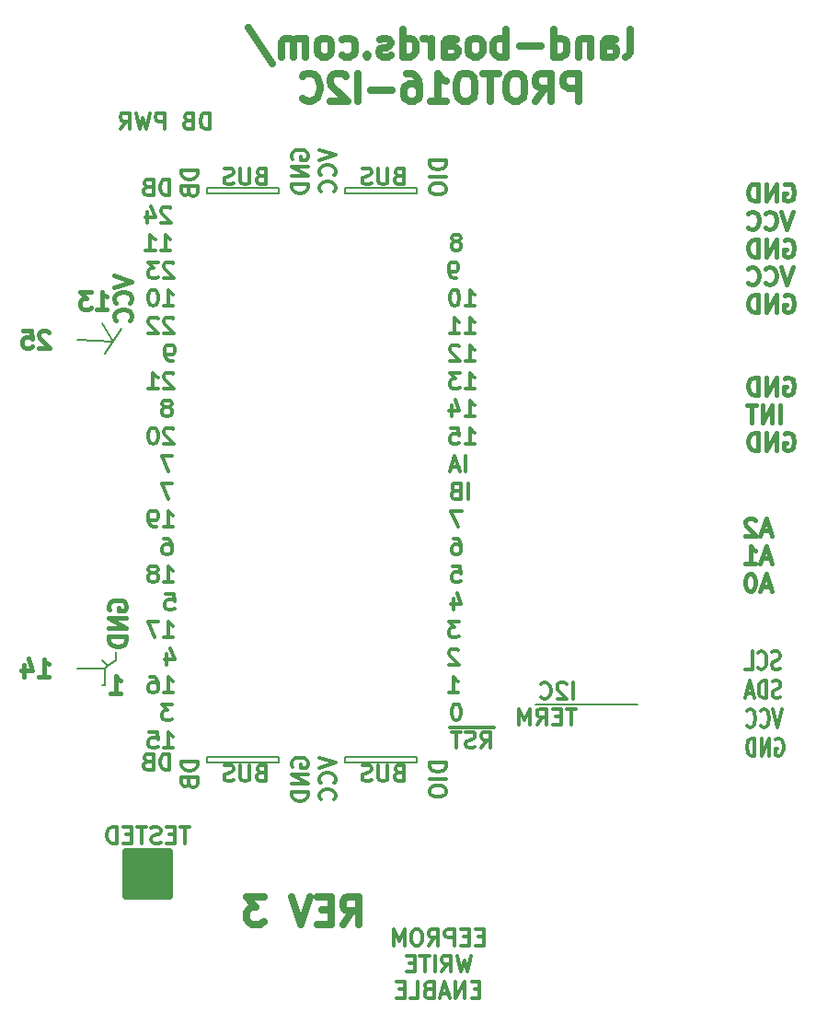
<source format=gbo>
%TF.GenerationSoftware,KiCad,Pcbnew,(6.0.1)*%
%TF.CreationDate,2022-06-03T05:32:10-04:00*%
%TF.ProjectId,Proto16-I2C,50726f74-6f31-4362-9d49-32432e6b6963,X1*%
%TF.SameCoordinates,Original*%
%TF.FileFunction,Legend,Bot*%
%TF.FilePolarity,Positive*%
%FSLAX46Y46*%
G04 Gerber Fmt 4.6, Leading zero omitted, Abs format (unit mm)*
G04 Created by KiCad (PCBNEW (6.0.1)) date 2022-06-03 05:32:10*
%MOMM*%
%LPD*%
G01*
G04 APERTURE LIST*
%ADD10C,0.150000*%
%ADD11C,0.200000*%
%ADD12C,0.300000*%
%ADD13C,0.635000*%
%ADD14C,0.396875*%
%ADD15C,0.304800*%
%ADD16C,0.650000*%
G04 APERTURE END LIST*
D10*
X19304000Y-71882000D02*
X20066000Y-71374000D01*
X18796000Y-40386000D02*
X19812000Y-42037000D01*
D11*
X35052000Y-27940000D02*
X35052000Y-28448000D01*
D10*
X19050000Y-72136000D02*
X19304000Y-71882000D01*
D11*
X41148000Y-80772000D02*
X41148000Y-80264000D01*
D10*
X19050000Y-72136000D02*
X19050000Y-73660000D01*
X58674000Y-75438000D02*
X68072000Y-75438000D01*
X20574000Y-40894000D02*
X20066000Y-41656000D01*
D11*
X35052000Y-28448000D02*
X28448000Y-28448000D01*
X35052000Y-80264000D02*
X35052000Y-80772000D01*
D10*
X16510000Y-72136000D02*
X19050000Y-72136000D01*
D11*
X47752000Y-28448000D02*
X41148000Y-28448000D01*
X41148000Y-80264000D02*
X47752000Y-80264000D01*
D10*
X16510000Y-41910000D02*
X19812000Y-42037000D01*
X19304000Y-71882000D02*
X18796000Y-71374000D01*
D11*
X28448000Y-28448000D02*
X28448000Y-27940000D01*
X41148000Y-28448000D02*
X41148000Y-27940000D01*
D10*
X19050000Y-73660000D02*
X18796000Y-73660000D01*
D11*
X47752000Y-80772000D02*
X41148000Y-80772000D01*
X41148000Y-27940000D02*
X47752000Y-27940000D01*
X35052000Y-80772000D02*
X28448000Y-80772000D01*
X28448000Y-27940000D02*
X35052000Y-27940000D01*
D10*
X20066000Y-71374000D02*
X20066000Y-70612000D01*
X19304000Y-71882000D02*
X19177000Y-72009000D01*
D11*
X47752000Y-80264000D02*
X47752000Y-80772000D01*
D10*
X19050000Y-43180000D02*
X20574000Y-40894000D01*
D11*
X28448000Y-80772000D02*
X28448000Y-80264000D01*
X28448000Y-80264000D02*
X35052000Y-80264000D01*
X47752000Y-27940000D02*
X47752000Y-28448000D01*
D12*
X25325000Y-43858571D02*
X25039285Y-43858571D01*
X24896428Y-43787142D01*
X24825000Y-43715714D01*
X24682142Y-43501428D01*
X24610714Y-43215714D01*
X24610714Y-42644285D01*
X24682142Y-42501428D01*
X24753571Y-42430000D01*
X24896428Y-42358571D01*
X25182142Y-42358571D01*
X25325000Y-42430000D01*
X25396428Y-42501428D01*
X25467857Y-42644285D01*
X25467857Y-43001428D01*
X25396428Y-43144285D01*
X25325000Y-43215714D01*
X25182142Y-43287142D01*
X24896428Y-43287142D01*
X24753571Y-43215714D01*
X24682142Y-43144285D01*
X24610714Y-43001428D01*
X25372428Y-45041428D02*
X25301000Y-44970000D01*
X25158142Y-44898571D01*
X24801000Y-44898571D01*
X24658142Y-44970000D01*
X24586714Y-45041428D01*
X24515285Y-45184285D01*
X24515285Y-45327142D01*
X24586714Y-45541428D01*
X25443857Y-46398571D01*
X24515285Y-46398571D01*
X23086714Y-46398571D02*
X23943857Y-46398571D01*
X23515285Y-46398571D02*
X23515285Y-44898571D01*
X23658142Y-45112857D01*
X23801000Y-45255714D01*
X23943857Y-45327142D01*
X62185857Y-74909071D02*
X62185857Y-73409071D01*
X61543000Y-73551928D02*
X61471571Y-73480500D01*
X61328714Y-73409071D01*
X60971571Y-73409071D01*
X60828714Y-73480500D01*
X60757285Y-73551928D01*
X60685857Y-73694785D01*
X60685857Y-73837642D01*
X60757285Y-74051928D01*
X61614428Y-74909071D01*
X60685857Y-74909071D01*
X59185857Y-74766214D02*
X59257285Y-74837642D01*
X59471571Y-74909071D01*
X59614428Y-74909071D01*
X59828714Y-74837642D01*
X59971571Y-74694785D01*
X60043000Y-74551928D01*
X60114428Y-74266214D01*
X60114428Y-74051928D01*
X60043000Y-73766214D01*
X59971571Y-73623357D01*
X59828714Y-73480500D01*
X59614428Y-73409071D01*
X59471571Y-73409071D01*
X59257285Y-73480500D01*
X59185857Y-73551928D01*
X62400142Y-75824071D02*
X61543000Y-75824071D01*
X61971571Y-77324071D02*
X61971571Y-75824071D01*
X61043000Y-76538357D02*
X60543000Y-76538357D01*
X60328714Y-77324071D02*
X61043000Y-77324071D01*
X61043000Y-75824071D01*
X60328714Y-75824071D01*
X58828714Y-77324071D02*
X59328714Y-76609785D01*
X59685857Y-77324071D02*
X59685857Y-75824071D01*
X59114428Y-75824071D01*
X58971571Y-75895500D01*
X58900142Y-75966928D01*
X58828714Y-76109785D01*
X58828714Y-76324071D01*
X58900142Y-76466928D01*
X58971571Y-76538357D01*
X59114428Y-76609785D01*
X59685857Y-76609785D01*
X58185857Y-77324071D02*
X58185857Y-75824071D01*
X57685857Y-76895500D01*
X57185857Y-75824071D01*
X57185857Y-77324071D01*
X51660714Y-67758571D02*
X50732142Y-67758571D01*
X51232142Y-68330000D01*
X51017857Y-68330000D01*
X50875000Y-68401428D01*
X50803571Y-68472857D01*
X50732142Y-68615714D01*
X50732142Y-68972857D01*
X50803571Y-69115714D01*
X50875000Y-69187142D01*
X51017857Y-69258571D01*
X51446428Y-69258571D01*
X51589285Y-69187142D01*
X51660714Y-69115714D01*
X52256142Y-51478571D02*
X53113285Y-51478571D01*
X52684714Y-51478571D02*
X52684714Y-49978571D01*
X52827571Y-50192857D01*
X52970428Y-50335714D01*
X53113285Y-50407142D01*
X50899000Y-49978571D02*
X51613285Y-49978571D01*
X51684714Y-50692857D01*
X51613285Y-50621428D01*
X51470428Y-50550000D01*
X51113285Y-50550000D01*
X50970428Y-50621428D01*
X50899000Y-50692857D01*
X50827571Y-50835714D01*
X50827571Y-51192857D01*
X50899000Y-51335714D01*
X50970428Y-51407142D01*
X51113285Y-51478571D01*
X51470428Y-51478571D01*
X51613285Y-51407142D01*
X51684714Y-51335714D01*
X50462571Y-25388285D02*
X48962571Y-25388285D01*
X48962571Y-25745428D01*
X49034000Y-25959714D01*
X49176857Y-26102571D01*
X49319714Y-26174000D01*
X49605428Y-26245428D01*
X49819714Y-26245428D01*
X50105428Y-26174000D01*
X50248285Y-26102571D01*
X50391142Y-25959714D01*
X50462571Y-25745428D01*
X50462571Y-25388285D01*
X50462571Y-26888285D02*
X48962571Y-26888285D01*
X48962571Y-27888285D02*
X48962571Y-28174000D01*
X49034000Y-28316857D01*
X49176857Y-28459714D01*
X49462571Y-28531142D01*
X49962571Y-28531142D01*
X50248285Y-28459714D01*
X50391142Y-28316857D01*
X50462571Y-28174000D01*
X50462571Y-27888285D01*
X50391142Y-27745428D01*
X50248285Y-27602571D01*
X49962571Y-27531142D01*
X49462571Y-27531142D01*
X49176857Y-27602571D01*
X49034000Y-27745428D01*
X48962571Y-27888285D01*
X51914714Y-57598571D02*
X50914714Y-57598571D01*
X51557571Y-59098571D01*
X24515285Y-69258571D02*
X25372428Y-69258571D01*
X24943857Y-69258571D02*
X24943857Y-67758571D01*
X25086714Y-67972857D01*
X25229571Y-68115714D01*
X25372428Y-68187142D01*
X24015285Y-67758571D02*
X23015285Y-67758571D01*
X23658142Y-69258571D01*
X25372428Y-34881428D02*
X25301000Y-34810000D01*
X25158142Y-34738571D01*
X24801000Y-34738571D01*
X24658142Y-34810000D01*
X24586714Y-34881428D01*
X24515285Y-35024285D01*
X24515285Y-35167142D01*
X24586714Y-35381428D01*
X25443857Y-36238571D01*
X24515285Y-36238571D01*
X24015285Y-34738571D02*
X23086714Y-34738571D01*
X23586714Y-35310000D01*
X23372428Y-35310000D01*
X23229571Y-35381428D01*
X23158142Y-35452857D01*
X23086714Y-35595714D01*
X23086714Y-35952857D01*
X23158142Y-36095714D01*
X23229571Y-36167142D01*
X23372428Y-36238571D01*
X23801000Y-36238571D01*
X23943857Y-36167142D01*
X24015285Y-36095714D01*
X52279857Y-54018571D02*
X52279857Y-52518571D01*
X51637000Y-53590000D02*
X50922714Y-53590000D01*
X51779857Y-54018571D02*
X51279857Y-52518571D01*
X50779857Y-54018571D01*
X25018857Y-81450571D02*
X25018857Y-79950571D01*
X24661714Y-79950571D01*
X24447428Y-80022000D01*
X24304571Y-80164857D01*
X24233142Y-80307714D01*
X24161714Y-80593428D01*
X24161714Y-80807714D01*
X24233142Y-81093428D01*
X24304571Y-81236285D01*
X24447428Y-81379142D01*
X24661714Y-81450571D01*
X25018857Y-81450571D01*
X23018857Y-80664857D02*
X22804571Y-80736285D01*
X22733142Y-80807714D01*
X22661714Y-80950571D01*
X22661714Y-81164857D01*
X22733142Y-81307714D01*
X22804571Y-81379142D01*
X22947428Y-81450571D01*
X23518857Y-81450571D01*
X23518857Y-79950571D01*
X23018857Y-79950571D01*
X22876000Y-80022000D01*
X22804571Y-80093428D01*
X22733142Y-80236285D01*
X22733142Y-80379142D01*
X22804571Y-80522000D01*
X22876000Y-80593428D01*
X23018857Y-80664857D01*
X23518857Y-80664857D01*
X36334000Y-81153142D02*
X36262571Y-81010285D01*
X36262571Y-80796000D01*
X36334000Y-80581714D01*
X36476857Y-80438857D01*
X36619714Y-80367428D01*
X36905428Y-80296000D01*
X37119714Y-80296000D01*
X37405428Y-80367428D01*
X37548285Y-80438857D01*
X37691142Y-80581714D01*
X37762571Y-80796000D01*
X37762571Y-80938857D01*
X37691142Y-81153142D01*
X37619714Y-81224571D01*
X37119714Y-81224571D01*
X37119714Y-80938857D01*
X37762571Y-81867428D02*
X36262571Y-81867428D01*
X37762571Y-82724571D01*
X36262571Y-82724571D01*
X37762571Y-83438857D02*
X36262571Y-83438857D01*
X36262571Y-83796000D01*
X36334000Y-84010285D01*
X36476857Y-84153142D01*
X36619714Y-84224571D01*
X36905428Y-84296000D01*
X37119714Y-84296000D01*
X37405428Y-84224571D01*
X37548285Y-84153142D01*
X37691142Y-84010285D01*
X37762571Y-83796000D01*
X37762571Y-83438857D01*
X33396857Y-81680857D02*
X33182571Y-81752285D01*
X33111142Y-81823714D01*
X33039714Y-81966571D01*
X33039714Y-82180857D01*
X33111142Y-82323714D01*
X33182571Y-82395142D01*
X33325428Y-82466571D01*
X33896857Y-82466571D01*
X33896857Y-80966571D01*
X33396857Y-80966571D01*
X33254000Y-81038000D01*
X33182571Y-81109428D01*
X33111142Y-81252285D01*
X33111142Y-81395142D01*
X33182571Y-81538000D01*
X33254000Y-81609428D01*
X33396857Y-81680857D01*
X33896857Y-81680857D01*
X32396857Y-80966571D02*
X32396857Y-82180857D01*
X32325428Y-82323714D01*
X32254000Y-82395142D01*
X32111142Y-82466571D01*
X31825428Y-82466571D01*
X31682571Y-82395142D01*
X31611142Y-82323714D01*
X31539714Y-82180857D01*
X31539714Y-80966571D01*
X30896857Y-82395142D02*
X30682571Y-82466571D01*
X30325428Y-82466571D01*
X30182571Y-82395142D01*
X30111142Y-82323714D01*
X30039714Y-82180857D01*
X30039714Y-82038000D01*
X30111142Y-81895142D01*
X30182571Y-81823714D01*
X30325428Y-81752285D01*
X30611142Y-81680857D01*
X30754000Y-81609428D01*
X30825428Y-81538000D01*
X30896857Y-81395142D01*
X30896857Y-81252285D01*
X30825428Y-81109428D01*
X30754000Y-81038000D01*
X30611142Y-80966571D01*
X30254000Y-80966571D01*
X30039714Y-81038000D01*
X46096857Y-81680857D02*
X45882571Y-81752285D01*
X45811142Y-81823714D01*
X45739714Y-81966571D01*
X45739714Y-82180857D01*
X45811142Y-82323714D01*
X45882571Y-82395142D01*
X46025428Y-82466571D01*
X46596857Y-82466571D01*
X46596857Y-80966571D01*
X46096857Y-80966571D01*
X45954000Y-81038000D01*
X45882571Y-81109428D01*
X45811142Y-81252285D01*
X45811142Y-81395142D01*
X45882571Y-81538000D01*
X45954000Y-81609428D01*
X46096857Y-81680857D01*
X46596857Y-81680857D01*
X45096857Y-80966571D02*
X45096857Y-82180857D01*
X45025428Y-82323714D01*
X44954000Y-82395142D01*
X44811142Y-82466571D01*
X44525428Y-82466571D01*
X44382571Y-82395142D01*
X44311142Y-82323714D01*
X44239714Y-82180857D01*
X44239714Y-80966571D01*
X43596857Y-82395142D02*
X43382571Y-82466571D01*
X43025428Y-82466571D01*
X42882571Y-82395142D01*
X42811142Y-82323714D01*
X42739714Y-82180857D01*
X42739714Y-82038000D01*
X42811142Y-81895142D01*
X42882571Y-81823714D01*
X43025428Y-81752285D01*
X43311142Y-81680857D01*
X43454000Y-81609428D01*
X43525428Y-81538000D01*
X43596857Y-81395142D01*
X43596857Y-81252285D01*
X43525428Y-81109428D01*
X43454000Y-81038000D01*
X43311142Y-80966571D01*
X42954000Y-80966571D01*
X42739714Y-81038000D01*
X36334000Y-25273142D02*
X36262571Y-25130285D01*
X36262571Y-24916000D01*
X36334000Y-24701714D01*
X36476857Y-24558857D01*
X36619714Y-24487428D01*
X36905428Y-24416000D01*
X37119714Y-24416000D01*
X37405428Y-24487428D01*
X37548285Y-24558857D01*
X37691142Y-24701714D01*
X37762571Y-24916000D01*
X37762571Y-25058857D01*
X37691142Y-25273142D01*
X37619714Y-25344571D01*
X37119714Y-25344571D01*
X37119714Y-25058857D01*
X37762571Y-25987428D02*
X36262571Y-25987428D01*
X37762571Y-26844571D01*
X36262571Y-26844571D01*
X37762571Y-27558857D02*
X36262571Y-27558857D01*
X36262571Y-27916000D01*
X36334000Y-28130285D01*
X36476857Y-28273142D01*
X36619714Y-28344571D01*
X36905428Y-28416000D01*
X37119714Y-28416000D01*
X37405428Y-28344571D01*
X37548285Y-28273142D01*
X37691142Y-28130285D01*
X37762571Y-27916000D01*
X37762571Y-27558857D01*
X52256142Y-43858571D02*
X53113285Y-43858571D01*
X52684714Y-43858571D02*
X52684714Y-42358571D01*
X52827571Y-42572857D01*
X52970428Y-42715714D01*
X53113285Y-42787142D01*
X51684714Y-42501428D02*
X51613285Y-42430000D01*
X51470428Y-42358571D01*
X51113285Y-42358571D01*
X50970428Y-42430000D01*
X50899000Y-42501428D01*
X50827571Y-42644285D01*
X50827571Y-42787142D01*
X50899000Y-43001428D01*
X51756142Y-43858571D01*
X50827571Y-43858571D01*
D13*
X67031809Y-15868347D02*
X67273714Y-15747395D01*
X67394666Y-15505490D01*
X67394666Y-13328347D01*
X64975619Y-15868347D02*
X64975619Y-14537871D01*
X65096571Y-14295966D01*
X65338476Y-14175014D01*
X65822285Y-14175014D01*
X66064190Y-14295966D01*
X64975619Y-15747395D02*
X65217523Y-15868347D01*
X65822285Y-15868347D01*
X66064190Y-15747395D01*
X66185142Y-15505490D01*
X66185142Y-15263585D01*
X66064190Y-15021680D01*
X65822285Y-14900728D01*
X65217523Y-14900728D01*
X64975619Y-14779776D01*
X63766095Y-14175014D02*
X63766095Y-15868347D01*
X63766095Y-14416919D02*
X63645142Y-14295966D01*
X63403238Y-14175014D01*
X63040380Y-14175014D01*
X62798476Y-14295966D01*
X62677523Y-14537871D01*
X62677523Y-15868347D01*
X60379428Y-15868347D02*
X60379428Y-13328347D01*
X60379428Y-15747395D02*
X60621333Y-15868347D01*
X61105142Y-15868347D01*
X61347047Y-15747395D01*
X61468000Y-15626442D01*
X61588952Y-15384538D01*
X61588952Y-14658823D01*
X61468000Y-14416919D01*
X61347047Y-14295966D01*
X61105142Y-14175014D01*
X60621333Y-14175014D01*
X60379428Y-14295966D01*
X59169904Y-14900728D02*
X57234666Y-14900728D01*
X56025142Y-15868347D02*
X56025142Y-13328347D01*
X56025142Y-14295966D02*
X55783238Y-14175014D01*
X55299428Y-14175014D01*
X55057523Y-14295966D01*
X54936571Y-14416919D01*
X54815619Y-14658823D01*
X54815619Y-15384538D01*
X54936571Y-15626442D01*
X55057523Y-15747395D01*
X55299428Y-15868347D01*
X55783238Y-15868347D01*
X56025142Y-15747395D01*
X53364190Y-15868347D02*
X53606095Y-15747395D01*
X53727047Y-15626442D01*
X53848000Y-15384538D01*
X53848000Y-14658823D01*
X53727047Y-14416919D01*
X53606095Y-14295966D01*
X53364190Y-14175014D01*
X53001333Y-14175014D01*
X52759428Y-14295966D01*
X52638476Y-14416919D01*
X52517523Y-14658823D01*
X52517523Y-15384538D01*
X52638476Y-15626442D01*
X52759428Y-15747395D01*
X53001333Y-15868347D01*
X53364190Y-15868347D01*
X50340380Y-15868347D02*
X50340380Y-14537871D01*
X50461333Y-14295966D01*
X50703238Y-14175014D01*
X51187047Y-14175014D01*
X51428952Y-14295966D01*
X50340380Y-15747395D02*
X50582285Y-15868347D01*
X51187047Y-15868347D01*
X51428952Y-15747395D01*
X51549904Y-15505490D01*
X51549904Y-15263585D01*
X51428952Y-15021680D01*
X51187047Y-14900728D01*
X50582285Y-14900728D01*
X50340380Y-14779776D01*
X49130857Y-15868347D02*
X49130857Y-14175014D01*
X49130857Y-14658823D02*
X49009904Y-14416919D01*
X48888952Y-14295966D01*
X48647047Y-14175014D01*
X48405142Y-14175014D01*
X46469904Y-15868347D02*
X46469904Y-13328347D01*
X46469904Y-15747395D02*
X46711809Y-15868347D01*
X47195619Y-15868347D01*
X47437523Y-15747395D01*
X47558476Y-15626442D01*
X47679428Y-15384538D01*
X47679428Y-14658823D01*
X47558476Y-14416919D01*
X47437523Y-14295966D01*
X47195619Y-14175014D01*
X46711809Y-14175014D01*
X46469904Y-14295966D01*
X45381333Y-15747395D02*
X45139428Y-15868347D01*
X44655619Y-15868347D01*
X44413714Y-15747395D01*
X44292761Y-15505490D01*
X44292761Y-15384538D01*
X44413714Y-15142633D01*
X44655619Y-15021680D01*
X45018476Y-15021680D01*
X45260380Y-14900728D01*
X45381333Y-14658823D01*
X45381333Y-14537871D01*
X45260380Y-14295966D01*
X45018476Y-14175014D01*
X44655619Y-14175014D01*
X44413714Y-14295966D01*
X43204190Y-15626442D02*
X43083238Y-15747395D01*
X43204190Y-15868347D01*
X43325142Y-15747395D01*
X43204190Y-15626442D01*
X43204190Y-15868347D01*
X40906095Y-15747395D02*
X41148000Y-15868347D01*
X41631809Y-15868347D01*
X41873714Y-15747395D01*
X41994666Y-15626442D01*
X42115619Y-15384538D01*
X42115619Y-14658823D01*
X41994666Y-14416919D01*
X41873714Y-14295966D01*
X41631809Y-14175014D01*
X41148000Y-14175014D01*
X40906095Y-14295966D01*
X39454666Y-15868347D02*
X39696571Y-15747395D01*
X39817523Y-15626442D01*
X39938476Y-15384538D01*
X39938476Y-14658823D01*
X39817523Y-14416919D01*
X39696571Y-14295966D01*
X39454666Y-14175014D01*
X39091809Y-14175014D01*
X38849904Y-14295966D01*
X38728952Y-14416919D01*
X38608000Y-14658823D01*
X38608000Y-15384538D01*
X38728952Y-15626442D01*
X38849904Y-15747395D01*
X39091809Y-15868347D01*
X39454666Y-15868347D01*
X37519428Y-15868347D02*
X37519428Y-14175014D01*
X37519428Y-14416919D02*
X37398476Y-14295966D01*
X37156571Y-14175014D01*
X36793714Y-14175014D01*
X36551809Y-14295966D01*
X36430857Y-14537871D01*
X36430857Y-15868347D01*
X36430857Y-14537871D02*
X36309904Y-14295966D01*
X36068000Y-14175014D01*
X35705142Y-14175014D01*
X35463238Y-14295966D01*
X35342285Y-14537871D01*
X35342285Y-15868347D01*
X32318476Y-13207395D02*
X34495619Y-16473109D01*
X62677523Y-19957747D02*
X62677523Y-17417747D01*
X61709904Y-17417747D01*
X61468000Y-17538700D01*
X61347047Y-17659652D01*
X61226095Y-17901557D01*
X61226095Y-18264414D01*
X61347047Y-18506319D01*
X61468000Y-18627271D01*
X61709904Y-18748223D01*
X62677523Y-18748223D01*
X58686095Y-19957747D02*
X59532761Y-18748223D01*
X60137523Y-19957747D02*
X60137523Y-17417747D01*
X59169904Y-17417747D01*
X58928000Y-17538700D01*
X58807047Y-17659652D01*
X58686095Y-17901557D01*
X58686095Y-18264414D01*
X58807047Y-18506319D01*
X58928000Y-18627271D01*
X59169904Y-18748223D01*
X60137523Y-18748223D01*
X57113714Y-17417747D02*
X56629904Y-17417747D01*
X56388000Y-17538700D01*
X56146095Y-17780604D01*
X56025142Y-18264414D01*
X56025142Y-19111080D01*
X56146095Y-19594890D01*
X56388000Y-19836795D01*
X56629904Y-19957747D01*
X57113714Y-19957747D01*
X57355619Y-19836795D01*
X57597523Y-19594890D01*
X57718476Y-19111080D01*
X57718476Y-18264414D01*
X57597523Y-17780604D01*
X57355619Y-17538700D01*
X57113714Y-17417747D01*
X55299428Y-17417747D02*
X53848000Y-17417747D01*
X54573714Y-19957747D02*
X54573714Y-17417747D01*
X52517523Y-17417747D02*
X52033714Y-17417747D01*
X51791809Y-17538700D01*
X51549904Y-17780604D01*
X51428952Y-18264414D01*
X51428952Y-19111080D01*
X51549904Y-19594890D01*
X51791809Y-19836795D01*
X52033714Y-19957747D01*
X52517523Y-19957747D01*
X52759428Y-19836795D01*
X53001333Y-19594890D01*
X53122285Y-19111080D01*
X53122285Y-18264414D01*
X53001333Y-17780604D01*
X52759428Y-17538700D01*
X52517523Y-17417747D01*
X49009904Y-19957747D02*
X50461333Y-19957747D01*
X49735619Y-19957747D02*
X49735619Y-17417747D01*
X49977523Y-17780604D01*
X50219428Y-18022509D01*
X50461333Y-18143461D01*
X46832761Y-17417747D02*
X47316571Y-17417747D01*
X47558476Y-17538700D01*
X47679428Y-17659652D01*
X47921333Y-18022509D01*
X48042285Y-18506319D01*
X48042285Y-19473938D01*
X47921333Y-19715842D01*
X47800380Y-19836795D01*
X47558476Y-19957747D01*
X47074666Y-19957747D01*
X46832761Y-19836795D01*
X46711809Y-19715842D01*
X46590857Y-19473938D01*
X46590857Y-18869176D01*
X46711809Y-18627271D01*
X46832761Y-18506319D01*
X47074666Y-18385366D01*
X47558476Y-18385366D01*
X47800380Y-18506319D01*
X47921333Y-18627271D01*
X48042285Y-18869176D01*
X45502285Y-18990128D02*
X43567047Y-18990128D01*
X42357523Y-19957747D02*
X42357523Y-17417747D01*
X41268952Y-17659652D02*
X41148000Y-17538700D01*
X40906095Y-17417747D01*
X40301333Y-17417747D01*
X40059428Y-17538700D01*
X39938476Y-17659652D01*
X39817523Y-17901557D01*
X39817523Y-18143461D01*
X39938476Y-18506319D01*
X41389904Y-19957747D01*
X39817523Y-19957747D01*
X37277523Y-19715842D02*
X37398476Y-19836795D01*
X37761333Y-19957747D01*
X38003238Y-19957747D01*
X38366095Y-19836795D01*
X38608000Y-19594890D01*
X38728952Y-19352985D01*
X38849904Y-18869176D01*
X38849904Y-18506319D01*
X38728952Y-18022509D01*
X38608000Y-17780604D01*
X38366095Y-17538700D01*
X38003238Y-17417747D01*
X37761333Y-17417747D01*
X37398476Y-17538700D01*
X37277523Y-17659652D01*
D12*
X25285285Y-75378571D02*
X24356714Y-75378571D01*
X24856714Y-75950000D01*
X24642428Y-75950000D01*
X24499571Y-76021428D01*
X24428142Y-76092857D01*
X24356714Y-76235714D01*
X24356714Y-76592857D01*
X24428142Y-76735714D01*
X24499571Y-76807142D01*
X24642428Y-76878571D01*
X25071000Y-76878571D01*
X25213857Y-76807142D01*
X25285285Y-76735714D01*
X52256142Y-46398571D02*
X53113285Y-46398571D01*
X52684714Y-46398571D02*
X52684714Y-44898571D01*
X52827571Y-45112857D01*
X52970428Y-45255714D01*
X53113285Y-45327142D01*
X51756142Y-44898571D02*
X50827571Y-44898571D01*
X51327571Y-45470000D01*
X51113285Y-45470000D01*
X50970428Y-45541428D01*
X50899000Y-45612857D01*
X50827571Y-45755714D01*
X50827571Y-46112857D01*
X50899000Y-46255714D01*
X50970428Y-46327142D01*
X51113285Y-46398571D01*
X51541857Y-46398571D01*
X51684714Y-46327142D01*
X51756142Y-46255714D01*
X51129000Y-65718571D02*
X51129000Y-66718571D01*
X51486142Y-65147142D02*
X51843285Y-66218571D01*
X50914714Y-66218571D01*
D14*
X80298206Y-59430708D02*
X79542254Y-59430708D01*
X80449397Y-59884279D02*
X79920230Y-58296779D01*
X79391063Y-59884279D01*
X78937492Y-58447970D02*
X78861897Y-58372375D01*
X78710706Y-58296779D01*
X78332730Y-58296779D01*
X78181540Y-58372375D01*
X78105944Y-58447970D01*
X78030349Y-58599160D01*
X78030349Y-58750351D01*
X78105944Y-58977136D01*
X79013087Y-59884279D01*
X78030349Y-59884279D01*
X80298206Y-61986583D02*
X79542254Y-61986583D01*
X80449397Y-62440154D02*
X79920230Y-60852654D01*
X79391063Y-62440154D01*
X78030349Y-62440154D02*
X78937492Y-62440154D01*
X78483921Y-62440154D02*
X78483921Y-60852654D01*
X78635111Y-61079440D01*
X78786302Y-61230630D01*
X78937492Y-61306226D01*
X80298206Y-64542458D02*
X79542254Y-64542458D01*
X80449397Y-64996029D02*
X79920230Y-63408529D01*
X79391063Y-64996029D01*
X78559516Y-63408529D02*
X78408325Y-63408529D01*
X78257135Y-63484125D01*
X78181540Y-63559720D01*
X78105944Y-63710910D01*
X78030349Y-64013291D01*
X78030349Y-64391267D01*
X78105944Y-64693648D01*
X78181540Y-64844839D01*
X78257135Y-64920434D01*
X78408325Y-64996029D01*
X78559516Y-64996029D01*
X78710706Y-64920434D01*
X78786302Y-64844839D01*
X78861897Y-64693648D01*
X78937492Y-64391267D01*
X78937492Y-64013291D01*
X78861897Y-63710910D01*
X78786302Y-63559720D01*
X78710706Y-63484125D01*
X78559516Y-63408529D01*
D12*
X33396857Y-26816857D02*
X33182571Y-26888285D01*
X33111142Y-26959714D01*
X33039714Y-27102571D01*
X33039714Y-27316857D01*
X33111142Y-27459714D01*
X33182571Y-27531142D01*
X33325428Y-27602571D01*
X33896857Y-27602571D01*
X33896857Y-26102571D01*
X33396857Y-26102571D01*
X33254000Y-26174000D01*
X33182571Y-26245428D01*
X33111142Y-26388285D01*
X33111142Y-26531142D01*
X33182571Y-26674000D01*
X33254000Y-26745428D01*
X33396857Y-26816857D01*
X33896857Y-26816857D01*
X32396857Y-26102571D02*
X32396857Y-27316857D01*
X32325428Y-27459714D01*
X32254000Y-27531142D01*
X32111142Y-27602571D01*
X31825428Y-27602571D01*
X31682571Y-27531142D01*
X31611142Y-27459714D01*
X31539714Y-27316857D01*
X31539714Y-26102571D01*
X30896857Y-27531142D02*
X30682571Y-27602571D01*
X30325428Y-27602571D01*
X30182571Y-27531142D01*
X30111142Y-27459714D01*
X30039714Y-27316857D01*
X30039714Y-27174000D01*
X30111142Y-27031142D01*
X30182571Y-26959714D01*
X30325428Y-26888285D01*
X30611142Y-26816857D01*
X30754000Y-26745428D01*
X30825428Y-26674000D01*
X30896857Y-26531142D01*
X30896857Y-26388285D01*
X30825428Y-26245428D01*
X30754000Y-26174000D01*
X30611142Y-26102571D01*
X30254000Y-26102571D01*
X30039714Y-26174000D01*
X24928142Y-48081428D02*
X25071000Y-48010000D01*
X25142428Y-47938571D01*
X25213857Y-47795714D01*
X25213857Y-47724285D01*
X25142428Y-47581428D01*
X25071000Y-47510000D01*
X24928142Y-47438571D01*
X24642428Y-47438571D01*
X24499571Y-47510000D01*
X24428142Y-47581428D01*
X24356714Y-47724285D01*
X24356714Y-47795714D01*
X24428142Y-47938571D01*
X24499571Y-48010000D01*
X24642428Y-48081428D01*
X24928142Y-48081428D01*
X25071000Y-48152857D01*
X25142428Y-48224285D01*
X25213857Y-48367142D01*
X25213857Y-48652857D01*
X25142428Y-48795714D01*
X25071000Y-48867142D01*
X24928142Y-48938571D01*
X24642428Y-48938571D01*
X24499571Y-48867142D01*
X24428142Y-48795714D01*
X24356714Y-48652857D01*
X24356714Y-48367142D01*
X24428142Y-48224285D01*
X24499571Y-48152857D01*
X24642428Y-48081428D01*
D14*
X18328254Y-39072154D02*
X19235397Y-39072154D01*
X18781825Y-39072154D02*
X18781825Y-37484654D01*
X18933016Y-37711440D01*
X19084206Y-37862630D01*
X19235397Y-37938226D01*
X17799087Y-37484654D02*
X16816349Y-37484654D01*
X17345516Y-38089416D01*
X17118730Y-38089416D01*
X16967540Y-38165011D01*
X16891944Y-38240607D01*
X16816349Y-38391797D01*
X16816349Y-38769773D01*
X16891944Y-38920964D01*
X16967540Y-38996559D01*
X17118730Y-39072154D01*
X17572302Y-39072154D01*
X17723492Y-38996559D01*
X17799087Y-38920964D01*
D12*
X51129000Y-60138571D02*
X51414714Y-60138571D01*
X51557571Y-60210000D01*
X51629000Y-60281428D01*
X51771857Y-60495714D01*
X51843285Y-60781428D01*
X51843285Y-61352857D01*
X51771857Y-61495714D01*
X51700428Y-61567142D01*
X51557571Y-61638571D01*
X51271857Y-61638571D01*
X51129000Y-61567142D01*
X51057571Y-61495714D01*
X50986142Y-61352857D01*
X50986142Y-60995714D01*
X51057571Y-60852857D01*
X51129000Y-60781428D01*
X51271857Y-60710000D01*
X51557571Y-60710000D01*
X51700428Y-60781428D01*
X51771857Y-60852857D01*
X51843285Y-60995714D01*
X54923000Y-77495000D02*
X53423000Y-77495000D01*
X53708714Y-79418571D02*
X54208714Y-78704285D01*
X54565857Y-79418571D02*
X54565857Y-77918571D01*
X53994428Y-77918571D01*
X53851571Y-77990000D01*
X53780142Y-78061428D01*
X53708714Y-78204285D01*
X53708714Y-78418571D01*
X53780142Y-78561428D01*
X53851571Y-78632857D01*
X53994428Y-78704285D01*
X54565857Y-78704285D01*
X53423000Y-77495000D02*
X51994428Y-77495000D01*
X53137285Y-79347142D02*
X52923000Y-79418571D01*
X52565857Y-79418571D01*
X52423000Y-79347142D01*
X52351571Y-79275714D01*
X52280142Y-79132857D01*
X52280142Y-78990000D01*
X52351571Y-78847142D01*
X52423000Y-78775714D01*
X52565857Y-78704285D01*
X52851571Y-78632857D01*
X52994428Y-78561428D01*
X53065857Y-78490000D01*
X53137285Y-78347142D01*
X53137285Y-78204285D01*
X53065857Y-78061428D01*
X52994428Y-77990000D01*
X52851571Y-77918571D01*
X52494428Y-77918571D01*
X52280142Y-77990000D01*
X51994428Y-77495000D02*
X50851571Y-77495000D01*
X51851571Y-77918571D02*
X50994428Y-77918571D01*
X51423000Y-79418571D02*
X51423000Y-77918571D01*
X51486142Y-75378571D02*
X51343285Y-75378571D01*
X51200428Y-75450000D01*
X51129000Y-75521428D01*
X51057571Y-75664285D01*
X50986142Y-75950000D01*
X50986142Y-76307142D01*
X51057571Y-76592857D01*
X51129000Y-76735714D01*
X51200428Y-76807142D01*
X51343285Y-76878571D01*
X51486142Y-76878571D01*
X51629000Y-76807142D01*
X51700428Y-76735714D01*
X51771857Y-76592857D01*
X51843285Y-76307142D01*
X51843285Y-75950000D01*
X51771857Y-75664285D01*
X51700428Y-75521428D01*
X51629000Y-75450000D01*
X51486142Y-75378571D01*
X27602571Y-80645142D02*
X26102571Y-80645142D01*
X26102571Y-81002285D01*
X26174000Y-81216571D01*
X26316857Y-81359428D01*
X26459714Y-81430857D01*
X26745428Y-81502285D01*
X26959714Y-81502285D01*
X27245428Y-81430857D01*
X27388285Y-81359428D01*
X27531142Y-81216571D01*
X27602571Y-81002285D01*
X27602571Y-80645142D01*
X26816857Y-82645142D02*
X26888285Y-82859428D01*
X26959714Y-82930857D01*
X27102571Y-83002285D01*
X27316857Y-83002285D01*
X27459714Y-82930857D01*
X27531142Y-82859428D01*
X27602571Y-82716571D01*
X27602571Y-82145142D01*
X26102571Y-82145142D01*
X26102571Y-82645142D01*
X26174000Y-82788000D01*
X26245428Y-82859428D01*
X26388285Y-82930857D01*
X26531142Y-82930857D01*
X26674000Y-82859428D01*
X26745428Y-82788000D01*
X26816857Y-82645142D01*
X26816857Y-82145142D01*
X51057571Y-62678571D02*
X51771857Y-62678571D01*
X51843285Y-63392857D01*
X51771857Y-63321428D01*
X51629000Y-63250000D01*
X51271857Y-63250000D01*
X51129000Y-63321428D01*
X51057571Y-63392857D01*
X50986142Y-63535714D01*
X50986142Y-63892857D01*
X51057571Y-64035714D01*
X51129000Y-64107142D01*
X51271857Y-64178571D01*
X51629000Y-64178571D01*
X51771857Y-64107142D01*
X51843285Y-64035714D01*
X25372428Y-39961428D02*
X25301000Y-39890000D01*
X25158142Y-39818571D01*
X24801000Y-39818571D01*
X24658142Y-39890000D01*
X24586714Y-39961428D01*
X24515285Y-40104285D01*
X24515285Y-40247142D01*
X24586714Y-40461428D01*
X25443857Y-41318571D01*
X24515285Y-41318571D01*
X23943857Y-39961428D02*
X23872428Y-39890000D01*
X23729571Y-39818571D01*
X23372428Y-39818571D01*
X23229571Y-39890000D01*
X23158142Y-39961428D01*
X23086714Y-40104285D01*
X23086714Y-40247142D01*
X23158142Y-40461428D01*
X24015285Y-41318571D01*
X23086714Y-41318571D01*
D13*
X40968083Y-95637047D02*
X41814750Y-94427523D01*
X42419511Y-95637047D02*
X42419511Y-93097047D01*
X41451892Y-93097047D01*
X41209988Y-93218000D01*
X41089035Y-93338952D01*
X40968083Y-93580857D01*
X40968083Y-93943714D01*
X41089035Y-94185619D01*
X41209988Y-94306571D01*
X41451892Y-94427523D01*
X42419511Y-94427523D01*
X39879511Y-94306571D02*
X39032845Y-94306571D01*
X38669988Y-95637047D02*
X39879511Y-95637047D01*
X39879511Y-93097047D01*
X38669988Y-93097047D01*
X37944273Y-93097047D02*
X37097607Y-95637047D01*
X36250940Y-93097047D01*
X33710940Y-93097047D02*
X32138559Y-93097047D01*
X32985226Y-94064666D01*
X32622369Y-94064666D01*
X32380464Y-94185619D01*
X32259511Y-94306571D01*
X32138559Y-94548476D01*
X32138559Y-95153238D01*
X32259511Y-95395142D01*
X32380464Y-95516095D01*
X32622369Y-95637047D01*
X33348083Y-95637047D01*
X33589988Y-95516095D01*
X33710940Y-95395142D01*
D14*
X19958654Y-35997507D02*
X21546154Y-36526674D01*
X19958654Y-37055840D01*
X21394964Y-38492150D02*
X21470559Y-38416555D01*
X21546154Y-38189769D01*
X21546154Y-38038578D01*
X21470559Y-37811793D01*
X21319369Y-37660602D01*
X21168178Y-37585007D01*
X20865797Y-37509412D01*
X20639011Y-37509412D01*
X20336630Y-37585007D01*
X20185440Y-37660602D01*
X20034250Y-37811793D01*
X19958654Y-38038578D01*
X19958654Y-38189769D01*
X20034250Y-38416555D01*
X20109845Y-38492150D01*
X21394964Y-40079650D02*
X21470559Y-40004055D01*
X21546154Y-39777269D01*
X21546154Y-39626078D01*
X21470559Y-39399293D01*
X21319369Y-39248102D01*
X21168178Y-39172507D01*
X20865797Y-39096912D01*
X20639011Y-39096912D01*
X20336630Y-39172507D01*
X20185440Y-39248102D01*
X20034250Y-39399293D01*
X19958654Y-39626078D01*
X19958654Y-39777269D01*
X20034250Y-40004055D01*
X20109845Y-40079650D01*
D12*
X27602571Y-26289142D02*
X26102571Y-26289142D01*
X26102571Y-26646285D01*
X26174000Y-26860571D01*
X26316857Y-27003428D01*
X26459714Y-27074857D01*
X26745428Y-27146285D01*
X26959714Y-27146285D01*
X27245428Y-27074857D01*
X27388285Y-27003428D01*
X27531142Y-26860571D01*
X27602571Y-26646285D01*
X27602571Y-26289142D01*
X26816857Y-28289142D02*
X26888285Y-28503428D01*
X26959714Y-28574857D01*
X27102571Y-28646285D01*
X27316857Y-28646285D01*
X27459714Y-28574857D01*
X27531142Y-28503428D01*
X27602571Y-28360571D01*
X27602571Y-27789142D01*
X26102571Y-27789142D01*
X26102571Y-28289142D01*
X26174000Y-28432000D01*
X26245428Y-28503428D01*
X26388285Y-28574857D01*
X26531142Y-28574857D01*
X26674000Y-28503428D01*
X26745428Y-28432000D01*
X26816857Y-28289142D01*
X26816857Y-27789142D01*
X52256142Y-48938571D02*
X53113285Y-48938571D01*
X52684714Y-48938571D02*
X52684714Y-47438571D01*
X52827571Y-47652857D01*
X52970428Y-47795714D01*
X53113285Y-47867142D01*
X50970428Y-47938571D02*
X50970428Y-48938571D01*
X51327571Y-47367142D02*
X51684714Y-48438571D01*
X50756142Y-48438571D01*
X24515285Y-64178571D02*
X25372428Y-64178571D01*
X24943857Y-64178571D02*
X24943857Y-62678571D01*
X25086714Y-62892857D01*
X25229571Y-63035714D01*
X25372428Y-63107142D01*
X23658142Y-63321428D02*
X23801000Y-63250000D01*
X23872428Y-63178571D01*
X23943857Y-63035714D01*
X23943857Y-62964285D01*
X23872428Y-62821428D01*
X23801000Y-62750000D01*
X23658142Y-62678571D01*
X23372428Y-62678571D01*
X23229571Y-62750000D01*
X23158142Y-62821428D01*
X23086714Y-62964285D01*
X23086714Y-63035714D01*
X23158142Y-63178571D01*
X23229571Y-63250000D01*
X23372428Y-63321428D01*
X23658142Y-63321428D01*
X23801000Y-63392857D01*
X23872428Y-63464285D01*
X23943857Y-63607142D01*
X23943857Y-63892857D01*
X23872428Y-64035714D01*
X23801000Y-64107142D01*
X23658142Y-64178571D01*
X23372428Y-64178571D01*
X23229571Y-64107142D01*
X23158142Y-64035714D01*
X23086714Y-63892857D01*
X23086714Y-63607142D01*
X23158142Y-63464285D01*
X23229571Y-63392857D01*
X23372428Y-63321428D01*
D14*
X81610540Y-27622500D02*
X81761730Y-27546904D01*
X81988516Y-27546904D01*
X82215302Y-27622500D01*
X82366492Y-27773690D01*
X82442087Y-27924880D01*
X82517683Y-28227261D01*
X82517683Y-28454047D01*
X82442087Y-28756428D01*
X82366492Y-28907619D01*
X82215302Y-29058809D01*
X81988516Y-29134404D01*
X81837325Y-29134404D01*
X81610540Y-29058809D01*
X81534944Y-28983214D01*
X81534944Y-28454047D01*
X81837325Y-28454047D01*
X80854587Y-29134404D02*
X80854587Y-27546904D01*
X79947444Y-29134404D01*
X79947444Y-27546904D01*
X79191492Y-29134404D02*
X79191492Y-27546904D01*
X78813516Y-27546904D01*
X78586730Y-27622500D01*
X78435540Y-27773690D01*
X78359944Y-27924880D01*
X78284349Y-28227261D01*
X78284349Y-28454047D01*
X78359944Y-28756428D01*
X78435540Y-28907619D01*
X78586730Y-29058809D01*
X78813516Y-29134404D01*
X79191492Y-29134404D01*
X82366492Y-30102779D02*
X81837325Y-31690279D01*
X81308159Y-30102779D01*
X79871849Y-31539089D02*
X79947444Y-31614684D01*
X80174230Y-31690279D01*
X80325421Y-31690279D01*
X80552206Y-31614684D01*
X80703397Y-31463494D01*
X80778992Y-31312303D01*
X80854587Y-31009922D01*
X80854587Y-30783136D01*
X80778992Y-30480755D01*
X80703397Y-30329565D01*
X80552206Y-30178375D01*
X80325421Y-30102779D01*
X80174230Y-30102779D01*
X79947444Y-30178375D01*
X79871849Y-30253970D01*
X78284349Y-31539089D02*
X78359944Y-31614684D01*
X78586730Y-31690279D01*
X78737921Y-31690279D01*
X78964706Y-31614684D01*
X79115897Y-31463494D01*
X79191492Y-31312303D01*
X79267087Y-31009922D01*
X79267087Y-30783136D01*
X79191492Y-30480755D01*
X79115897Y-30329565D01*
X78964706Y-30178375D01*
X78737921Y-30102779D01*
X78586730Y-30102779D01*
X78359944Y-30178375D01*
X78284349Y-30253970D01*
X81610540Y-32734250D02*
X81761730Y-32658654D01*
X81988516Y-32658654D01*
X82215302Y-32734250D01*
X82366492Y-32885440D01*
X82442087Y-33036630D01*
X82517683Y-33339011D01*
X82517683Y-33565797D01*
X82442087Y-33868178D01*
X82366492Y-34019369D01*
X82215302Y-34170559D01*
X81988516Y-34246154D01*
X81837325Y-34246154D01*
X81610540Y-34170559D01*
X81534944Y-34094964D01*
X81534944Y-33565797D01*
X81837325Y-33565797D01*
X80854587Y-34246154D02*
X80854587Y-32658654D01*
X79947444Y-34246154D01*
X79947444Y-32658654D01*
X79191492Y-34246154D02*
X79191492Y-32658654D01*
X78813516Y-32658654D01*
X78586730Y-32734250D01*
X78435540Y-32885440D01*
X78359944Y-33036630D01*
X78284349Y-33339011D01*
X78284349Y-33565797D01*
X78359944Y-33868178D01*
X78435540Y-34019369D01*
X78586730Y-34170559D01*
X78813516Y-34246154D01*
X79191492Y-34246154D01*
X82366492Y-35214529D02*
X81837325Y-36802029D01*
X81308159Y-35214529D01*
X79871849Y-36650839D02*
X79947444Y-36726434D01*
X80174230Y-36802029D01*
X80325421Y-36802029D01*
X80552206Y-36726434D01*
X80703397Y-36575244D01*
X80778992Y-36424053D01*
X80854587Y-36121672D01*
X80854587Y-35894886D01*
X80778992Y-35592505D01*
X80703397Y-35441315D01*
X80552206Y-35290125D01*
X80325421Y-35214529D01*
X80174230Y-35214529D01*
X79947444Y-35290125D01*
X79871849Y-35365720D01*
X78284349Y-36650839D02*
X78359944Y-36726434D01*
X78586730Y-36802029D01*
X78737921Y-36802029D01*
X78964706Y-36726434D01*
X79115897Y-36575244D01*
X79191492Y-36424053D01*
X79267087Y-36121672D01*
X79267087Y-35894886D01*
X79191492Y-35592505D01*
X79115897Y-35441315D01*
X78964706Y-35290125D01*
X78737921Y-35214529D01*
X78586730Y-35214529D01*
X78359944Y-35290125D01*
X78284349Y-35365720D01*
X81610540Y-37846000D02*
X81761730Y-37770404D01*
X81988516Y-37770404D01*
X82215302Y-37846000D01*
X82366492Y-37997190D01*
X82442087Y-38148380D01*
X82517683Y-38450761D01*
X82517683Y-38677547D01*
X82442087Y-38979928D01*
X82366492Y-39131119D01*
X82215302Y-39282309D01*
X81988516Y-39357904D01*
X81837325Y-39357904D01*
X81610540Y-39282309D01*
X81534944Y-39206714D01*
X81534944Y-38677547D01*
X81837325Y-38677547D01*
X80854587Y-39357904D02*
X80854587Y-37770404D01*
X79947444Y-39357904D01*
X79947444Y-37770404D01*
X79191492Y-39357904D02*
X79191492Y-37770404D01*
X78813516Y-37770404D01*
X78586730Y-37846000D01*
X78435540Y-37997190D01*
X78359944Y-38148380D01*
X78284349Y-38450761D01*
X78284349Y-38677547D01*
X78359944Y-38979928D01*
X78435540Y-39131119D01*
X78586730Y-39282309D01*
X78813516Y-39357904D01*
X79191492Y-39357904D01*
D12*
X24682142Y-65218571D02*
X25396428Y-65218571D01*
X25467857Y-65932857D01*
X25396428Y-65861428D01*
X25253571Y-65790000D01*
X24896428Y-65790000D01*
X24753571Y-65861428D01*
X24682142Y-65932857D01*
X24610714Y-66075714D01*
X24610714Y-66432857D01*
X24682142Y-66575714D01*
X24753571Y-66647142D01*
X24896428Y-66718571D01*
X25253571Y-66718571D01*
X25396428Y-66647142D01*
X25467857Y-66575714D01*
X25372428Y-50121428D02*
X25301000Y-50050000D01*
X25158142Y-49978571D01*
X24801000Y-49978571D01*
X24658142Y-50050000D01*
X24586714Y-50121428D01*
X24515285Y-50264285D01*
X24515285Y-50407142D01*
X24586714Y-50621428D01*
X25443857Y-51478571D01*
X24515285Y-51478571D01*
X23586714Y-49978571D02*
X23443857Y-49978571D01*
X23301000Y-50050000D01*
X23229571Y-50121428D01*
X23158142Y-50264285D01*
X23086714Y-50550000D01*
X23086714Y-50907142D01*
X23158142Y-51192857D01*
X23229571Y-51335714D01*
X23301000Y-51407142D01*
X23443857Y-51478571D01*
X23586714Y-51478571D01*
X23729571Y-51407142D01*
X23801000Y-51335714D01*
X23872428Y-51192857D01*
X23943857Y-50907142D01*
X23943857Y-50550000D01*
X23872428Y-50264285D01*
X23801000Y-50121428D01*
X23729571Y-50050000D01*
X23586714Y-49978571D01*
X81184714Y-72119096D02*
X81003285Y-72197715D01*
X80700904Y-72197715D01*
X80579952Y-72119096D01*
X80519476Y-72040477D01*
X80459000Y-71883239D01*
X80459000Y-71726001D01*
X80519476Y-71568763D01*
X80579952Y-71490144D01*
X80700904Y-71411525D01*
X80942809Y-71332906D01*
X81063761Y-71254287D01*
X81124238Y-71175668D01*
X81184714Y-71018430D01*
X81184714Y-70861192D01*
X81124238Y-70703954D01*
X81063761Y-70625335D01*
X80942809Y-70546715D01*
X80640428Y-70546715D01*
X80459000Y-70625335D01*
X79189000Y-72040477D02*
X79249476Y-72119096D01*
X79430904Y-72197715D01*
X79551857Y-72197715D01*
X79733285Y-72119096D01*
X79854238Y-71961858D01*
X79914714Y-71804620D01*
X79975190Y-71490144D01*
X79975190Y-71254287D01*
X79914714Y-70939811D01*
X79854238Y-70782573D01*
X79733285Y-70625335D01*
X79551857Y-70546715D01*
X79430904Y-70546715D01*
X79249476Y-70625335D01*
X79189000Y-70703954D01*
X78039952Y-72197715D02*
X78644714Y-72197715D01*
X78644714Y-70546715D01*
X81245190Y-74777206D02*
X81063761Y-74855825D01*
X80761380Y-74855825D01*
X80640428Y-74777206D01*
X80579952Y-74698587D01*
X80519476Y-74541349D01*
X80519476Y-74384111D01*
X80579952Y-74226873D01*
X80640428Y-74148254D01*
X80761380Y-74069635D01*
X81003285Y-73991016D01*
X81124238Y-73912397D01*
X81184714Y-73833778D01*
X81245190Y-73676540D01*
X81245190Y-73519302D01*
X81184714Y-73362064D01*
X81124238Y-73283445D01*
X81003285Y-73204825D01*
X80700904Y-73204825D01*
X80519476Y-73283445D01*
X79975190Y-74855825D02*
X79975190Y-73204825D01*
X79672809Y-73204825D01*
X79491380Y-73283445D01*
X79370428Y-73440683D01*
X79309952Y-73597921D01*
X79249476Y-73912397D01*
X79249476Y-74148254D01*
X79309952Y-74462730D01*
X79370428Y-74619968D01*
X79491380Y-74777206D01*
X79672809Y-74855825D01*
X79975190Y-74855825D01*
X78765666Y-74384111D02*
X78160904Y-74384111D01*
X78886619Y-74855825D02*
X78463285Y-73204825D01*
X78039952Y-74855825D01*
X81426619Y-75862935D02*
X81003285Y-77513935D01*
X80579952Y-75862935D01*
X79430904Y-77356697D02*
X79491380Y-77435316D01*
X79672809Y-77513935D01*
X79793761Y-77513935D01*
X79975190Y-77435316D01*
X80096142Y-77278078D01*
X80156619Y-77120840D01*
X80217095Y-76806364D01*
X80217095Y-76570507D01*
X80156619Y-76256031D01*
X80096142Y-76098793D01*
X79975190Y-75941555D01*
X79793761Y-75862935D01*
X79672809Y-75862935D01*
X79491380Y-75941555D01*
X79430904Y-76020174D01*
X78160904Y-77356697D02*
X78221380Y-77435316D01*
X78402809Y-77513935D01*
X78523761Y-77513935D01*
X78705190Y-77435316D01*
X78826142Y-77278078D01*
X78886619Y-77120840D01*
X78947095Y-76806364D01*
X78947095Y-76570507D01*
X78886619Y-76256031D01*
X78826142Y-76098793D01*
X78705190Y-75941555D01*
X78523761Y-75862935D01*
X78402809Y-75862935D01*
X78221380Y-75941555D01*
X78160904Y-76020174D01*
X80821857Y-78599665D02*
X80942809Y-78521045D01*
X81124238Y-78521045D01*
X81305666Y-78599665D01*
X81426619Y-78756903D01*
X81487095Y-78914141D01*
X81547571Y-79228617D01*
X81547571Y-79464474D01*
X81487095Y-79778950D01*
X81426619Y-79936188D01*
X81305666Y-80093426D01*
X81124238Y-80172045D01*
X81003285Y-80172045D01*
X80821857Y-80093426D01*
X80761380Y-80014807D01*
X80761380Y-79464474D01*
X81003285Y-79464474D01*
X80217095Y-80172045D02*
X80217095Y-78521045D01*
X79491380Y-80172045D01*
X79491380Y-78521045D01*
X78886619Y-80172045D02*
X78886619Y-78521045D01*
X78584238Y-78521045D01*
X78402809Y-78599665D01*
X78281857Y-78756903D01*
X78221380Y-78914141D01*
X78160904Y-79228617D01*
X78160904Y-79464474D01*
X78221380Y-79778950D01*
X78281857Y-79936188D01*
X78402809Y-80093426D01*
X78584238Y-80172045D01*
X78886619Y-80172045D01*
X24515285Y-38778571D02*
X25372428Y-38778571D01*
X24943857Y-38778571D02*
X24943857Y-37278571D01*
X25086714Y-37492857D01*
X25229571Y-37635714D01*
X25372428Y-37707142D01*
X23586714Y-37278571D02*
X23443857Y-37278571D01*
X23301000Y-37350000D01*
X23229571Y-37421428D01*
X23158142Y-37564285D01*
X23086714Y-37850000D01*
X23086714Y-38207142D01*
X23158142Y-38492857D01*
X23229571Y-38635714D01*
X23301000Y-38707142D01*
X23443857Y-38778571D01*
X23586714Y-38778571D01*
X23729571Y-38707142D01*
X23801000Y-38635714D01*
X23872428Y-38492857D01*
X23943857Y-38207142D01*
X23943857Y-37850000D01*
X23872428Y-37564285D01*
X23801000Y-37421428D01*
X23729571Y-37350000D01*
X23586714Y-37278571D01*
X28709428Y-22522571D02*
X28709428Y-21022571D01*
X28352285Y-21022571D01*
X28138000Y-21094000D01*
X27995142Y-21236857D01*
X27923714Y-21379714D01*
X27852285Y-21665428D01*
X27852285Y-21879714D01*
X27923714Y-22165428D01*
X27995142Y-22308285D01*
X28138000Y-22451142D01*
X28352285Y-22522571D01*
X28709428Y-22522571D01*
X26709428Y-21736857D02*
X26495142Y-21808285D01*
X26423714Y-21879714D01*
X26352285Y-22022571D01*
X26352285Y-22236857D01*
X26423714Y-22379714D01*
X26495142Y-22451142D01*
X26638000Y-22522571D01*
X27209428Y-22522571D01*
X27209428Y-21022571D01*
X26709428Y-21022571D01*
X26566571Y-21094000D01*
X26495142Y-21165428D01*
X26423714Y-21308285D01*
X26423714Y-21451142D01*
X26495142Y-21594000D01*
X26566571Y-21665428D01*
X26709428Y-21736857D01*
X27209428Y-21736857D01*
X24566571Y-22522571D02*
X24566571Y-21022571D01*
X23995142Y-21022571D01*
X23852285Y-21094000D01*
X23780857Y-21165428D01*
X23709428Y-21308285D01*
X23709428Y-21522571D01*
X23780857Y-21665428D01*
X23852285Y-21736857D01*
X23995142Y-21808285D01*
X24566571Y-21808285D01*
X23209428Y-21022571D02*
X22852285Y-22522571D01*
X22566571Y-21451142D01*
X22280857Y-22522571D01*
X21923714Y-21022571D01*
X20495142Y-22522571D02*
X20995142Y-21808285D01*
X21352285Y-22522571D02*
X21352285Y-21022571D01*
X20780857Y-21022571D01*
X20638000Y-21094000D01*
X20566571Y-21165428D01*
X20495142Y-21308285D01*
X20495142Y-21522571D01*
X20566571Y-21665428D01*
X20638000Y-21736857D01*
X20780857Y-21808285D01*
X21352285Y-21808285D01*
D14*
X19610349Y-74378154D02*
X20517492Y-74378154D01*
X20063921Y-74378154D02*
X20063921Y-72790654D01*
X20215111Y-73017440D01*
X20366302Y-73168630D01*
X20517492Y-73244226D01*
D12*
X50732142Y-74338571D02*
X51589285Y-74338571D01*
X51160714Y-74338571D02*
X51160714Y-72838571D01*
X51303571Y-73052857D01*
X51446428Y-73195714D01*
X51589285Y-73267142D01*
X38802571Y-24416000D02*
X40302571Y-24916000D01*
X38802571Y-25416000D01*
X40159714Y-26773142D02*
X40231142Y-26701714D01*
X40302571Y-26487428D01*
X40302571Y-26344571D01*
X40231142Y-26130285D01*
X40088285Y-25987428D01*
X39945428Y-25916000D01*
X39659714Y-25844571D01*
X39445428Y-25844571D01*
X39159714Y-25916000D01*
X39016857Y-25987428D01*
X38874000Y-26130285D01*
X38802571Y-26344571D01*
X38802571Y-26487428D01*
X38874000Y-26701714D01*
X38945428Y-26773142D01*
X40159714Y-28273142D02*
X40231142Y-28201714D01*
X40302571Y-27987428D01*
X40302571Y-27844571D01*
X40231142Y-27630285D01*
X40088285Y-27487428D01*
X39945428Y-27416000D01*
X39659714Y-27344571D01*
X39445428Y-27344571D01*
X39159714Y-27416000D01*
X39016857Y-27487428D01*
X38874000Y-27630285D01*
X38802571Y-27844571D01*
X38802571Y-27987428D01*
X38874000Y-28201714D01*
X38945428Y-28273142D01*
D14*
X81610540Y-45418375D02*
X81761730Y-45342779D01*
X81988516Y-45342779D01*
X82215302Y-45418375D01*
X82366492Y-45569565D01*
X82442087Y-45720755D01*
X82517683Y-46023136D01*
X82517683Y-46249922D01*
X82442087Y-46552303D01*
X82366492Y-46703494D01*
X82215302Y-46854684D01*
X81988516Y-46930279D01*
X81837325Y-46930279D01*
X81610540Y-46854684D01*
X81534944Y-46779089D01*
X81534944Y-46249922D01*
X81837325Y-46249922D01*
X80854587Y-46930279D02*
X80854587Y-45342779D01*
X79947444Y-46930279D01*
X79947444Y-45342779D01*
X79191492Y-46930279D02*
X79191492Y-45342779D01*
X78813516Y-45342779D01*
X78586730Y-45418375D01*
X78435540Y-45569565D01*
X78359944Y-45720755D01*
X78284349Y-46023136D01*
X78284349Y-46249922D01*
X78359944Y-46552303D01*
X78435540Y-46703494D01*
X78586730Y-46854684D01*
X78813516Y-46930279D01*
X79191492Y-46930279D01*
X81232563Y-49486154D02*
X81232563Y-47898654D01*
X80476611Y-49486154D02*
X80476611Y-47898654D01*
X79569468Y-49486154D01*
X79569468Y-47898654D01*
X79040302Y-47898654D02*
X78133159Y-47898654D01*
X78586730Y-49486154D02*
X78586730Y-47898654D01*
X81610540Y-50530125D02*
X81761730Y-50454529D01*
X81988516Y-50454529D01*
X82215302Y-50530125D01*
X82366492Y-50681315D01*
X82442087Y-50832505D01*
X82517683Y-51134886D01*
X82517683Y-51361672D01*
X82442087Y-51664053D01*
X82366492Y-51815244D01*
X82215302Y-51966434D01*
X81988516Y-52042029D01*
X81837325Y-52042029D01*
X81610540Y-51966434D01*
X81534944Y-51890839D01*
X81534944Y-51361672D01*
X81837325Y-51361672D01*
X80854587Y-52042029D02*
X80854587Y-50454529D01*
X79947444Y-52042029D01*
X79947444Y-50454529D01*
X79191492Y-52042029D02*
X79191492Y-50454529D01*
X78813516Y-50454529D01*
X78586730Y-50530125D01*
X78435540Y-50681315D01*
X78359944Y-50832505D01*
X78284349Y-51134886D01*
X78284349Y-51361672D01*
X78359944Y-51664053D01*
X78435540Y-51815244D01*
X78586730Y-51966434D01*
X78813516Y-52042029D01*
X79191492Y-52042029D01*
D12*
X24515285Y-79418571D02*
X25372428Y-79418571D01*
X24943857Y-79418571D02*
X24943857Y-77918571D01*
X25086714Y-78132857D01*
X25229571Y-78275714D01*
X25372428Y-78347142D01*
X23158142Y-77918571D02*
X23872428Y-77918571D01*
X23943857Y-78632857D01*
X23872428Y-78561428D01*
X23729571Y-78490000D01*
X23372428Y-78490000D01*
X23229571Y-78561428D01*
X23158142Y-78632857D01*
X23086714Y-78775714D01*
X23086714Y-79132857D01*
X23158142Y-79275714D01*
X23229571Y-79347142D01*
X23372428Y-79418571D01*
X23729571Y-79418571D01*
X23872428Y-79347142D01*
X23943857Y-79275714D01*
X24515285Y-74338571D02*
X25372428Y-74338571D01*
X24943857Y-74338571D02*
X24943857Y-72838571D01*
X25086714Y-73052857D01*
X25229571Y-73195714D01*
X25372428Y-73267142D01*
X23229571Y-72838571D02*
X23515285Y-72838571D01*
X23658142Y-72910000D01*
X23729571Y-72981428D01*
X23872428Y-73195714D01*
X23943857Y-73481428D01*
X23943857Y-74052857D01*
X23872428Y-74195714D01*
X23801000Y-74267142D01*
X23658142Y-74338571D01*
X23372428Y-74338571D01*
X23229571Y-74267142D01*
X23158142Y-74195714D01*
X23086714Y-74052857D01*
X23086714Y-73695714D01*
X23158142Y-73552857D01*
X23229571Y-73481428D01*
X23372428Y-73410000D01*
X23658142Y-73410000D01*
X23801000Y-73481428D01*
X23872428Y-73552857D01*
X23943857Y-73695714D01*
X46096857Y-26816857D02*
X45882571Y-26888285D01*
X45811142Y-26959714D01*
X45739714Y-27102571D01*
X45739714Y-27316857D01*
X45811142Y-27459714D01*
X45882571Y-27531142D01*
X46025428Y-27602571D01*
X46596857Y-27602571D01*
X46596857Y-26102571D01*
X46096857Y-26102571D01*
X45954000Y-26174000D01*
X45882571Y-26245428D01*
X45811142Y-26388285D01*
X45811142Y-26531142D01*
X45882571Y-26674000D01*
X45954000Y-26745428D01*
X46096857Y-26816857D01*
X46596857Y-26816857D01*
X45096857Y-26102571D02*
X45096857Y-27316857D01*
X45025428Y-27459714D01*
X44954000Y-27531142D01*
X44811142Y-27602571D01*
X44525428Y-27602571D01*
X44382571Y-27531142D01*
X44311142Y-27459714D01*
X44239714Y-27316857D01*
X44239714Y-26102571D01*
X43596857Y-27531142D02*
X43382571Y-27602571D01*
X43025428Y-27602571D01*
X42882571Y-27531142D01*
X42811142Y-27459714D01*
X42739714Y-27316857D01*
X42739714Y-27174000D01*
X42811142Y-27031142D01*
X42882571Y-26959714D01*
X43025428Y-26888285D01*
X43311142Y-26816857D01*
X43454000Y-26745428D01*
X43525428Y-26674000D01*
X43596857Y-26531142D01*
X43596857Y-26388285D01*
X43525428Y-26245428D01*
X43454000Y-26174000D01*
X43311142Y-26102571D01*
X42954000Y-26102571D01*
X42739714Y-26174000D01*
X25285285Y-52518571D02*
X24285285Y-52518571D01*
X24928142Y-54018571D01*
X51589285Y-70441428D02*
X51517857Y-70370000D01*
X51375000Y-70298571D01*
X51017857Y-70298571D01*
X50875000Y-70370000D01*
X50803571Y-70441428D01*
X50732142Y-70584285D01*
X50732142Y-70727142D01*
X50803571Y-70941428D01*
X51660714Y-71798571D01*
X50732142Y-71798571D01*
X50462571Y-80760285D02*
X48962571Y-80760285D01*
X48962571Y-81117428D01*
X49034000Y-81331714D01*
X49176857Y-81474571D01*
X49319714Y-81546000D01*
X49605428Y-81617428D01*
X49819714Y-81617428D01*
X50105428Y-81546000D01*
X50248285Y-81474571D01*
X50391142Y-81331714D01*
X50462571Y-81117428D01*
X50462571Y-80760285D01*
X50462571Y-82260285D02*
X48962571Y-82260285D01*
X48962571Y-83260285D02*
X48962571Y-83546000D01*
X49034000Y-83688857D01*
X49176857Y-83831714D01*
X49462571Y-83903142D01*
X49962571Y-83903142D01*
X50248285Y-83831714D01*
X50391142Y-83688857D01*
X50462571Y-83546000D01*
X50462571Y-83260285D01*
X50391142Y-83117428D01*
X50248285Y-82974571D01*
X49962571Y-82903142D01*
X49462571Y-82903142D01*
X49176857Y-82974571D01*
X49034000Y-83117428D01*
X48962571Y-83260285D01*
X25285285Y-55058571D02*
X24285285Y-55058571D01*
X24928142Y-56558571D01*
X24515285Y-59098571D02*
X25372428Y-59098571D01*
X24943857Y-59098571D02*
X24943857Y-57598571D01*
X25086714Y-57812857D01*
X25229571Y-57955714D01*
X25372428Y-58027142D01*
X23801000Y-59098571D02*
X23515285Y-59098571D01*
X23372428Y-59027142D01*
X23301000Y-58955714D01*
X23158142Y-58741428D01*
X23086714Y-58455714D01*
X23086714Y-57884285D01*
X23158142Y-57741428D01*
X23229571Y-57670000D01*
X23372428Y-57598571D01*
X23658142Y-57598571D01*
X23801000Y-57670000D01*
X23872428Y-57741428D01*
X23943857Y-57884285D01*
X23943857Y-58241428D01*
X23872428Y-58384285D01*
X23801000Y-58455714D01*
X23658142Y-58527142D01*
X23372428Y-58527142D01*
X23229571Y-58455714D01*
X23158142Y-58384285D01*
X23086714Y-58241428D01*
X25118428Y-29801428D02*
X25047000Y-29730000D01*
X24904142Y-29658571D01*
X24547000Y-29658571D01*
X24404142Y-29730000D01*
X24332714Y-29801428D01*
X24261285Y-29944285D01*
X24261285Y-30087142D01*
X24332714Y-30301428D01*
X25189857Y-31158571D01*
X24261285Y-31158571D01*
X22975571Y-30158571D02*
X22975571Y-31158571D01*
X23332714Y-29587142D02*
X23689857Y-30658571D01*
X22761285Y-30658571D01*
D14*
X13901397Y-41191845D02*
X13825802Y-41116250D01*
X13674611Y-41040654D01*
X13296635Y-41040654D01*
X13145444Y-41116250D01*
X13069849Y-41191845D01*
X12994254Y-41343035D01*
X12994254Y-41494226D01*
X13069849Y-41721011D01*
X13976992Y-42628154D01*
X12994254Y-42628154D01*
X11557944Y-41040654D02*
X12313897Y-41040654D01*
X12389492Y-41796607D01*
X12313897Y-41721011D01*
X12162706Y-41645416D01*
X11784730Y-41645416D01*
X11633540Y-41721011D01*
X11557944Y-41796607D01*
X11482349Y-41947797D01*
X11482349Y-42325773D01*
X11557944Y-42476964D01*
X11633540Y-42552559D01*
X11784730Y-42628154D01*
X12162706Y-42628154D01*
X12313897Y-42552559D01*
X12389492Y-42476964D01*
D12*
X24753571Y-70798571D02*
X24753571Y-71798571D01*
X25110714Y-70227142D02*
X25467857Y-71298571D01*
X24539285Y-71298571D01*
D14*
X12994254Y-72854154D02*
X13901397Y-72854154D01*
X13447825Y-72854154D02*
X13447825Y-71266654D01*
X13599016Y-71493440D01*
X13750206Y-71644630D01*
X13901397Y-71720226D01*
X11633540Y-71795821D02*
X11633540Y-72854154D01*
X12011516Y-71191059D02*
X12389492Y-72324988D01*
X11406754Y-72324988D01*
D12*
X52256142Y-41318571D02*
X53113285Y-41318571D01*
X52684714Y-41318571D02*
X52684714Y-39818571D01*
X52827571Y-40032857D01*
X52970428Y-40175714D01*
X53113285Y-40247142D01*
X50827571Y-41318571D02*
X51684714Y-41318571D01*
X51256142Y-41318571D02*
X51256142Y-39818571D01*
X51399000Y-40032857D01*
X51541857Y-40175714D01*
X51684714Y-40247142D01*
X52256142Y-38778571D02*
X53113285Y-38778571D01*
X52684714Y-38778571D02*
X52684714Y-37278571D01*
X52827571Y-37492857D01*
X52970428Y-37635714D01*
X53113285Y-37707142D01*
X51327571Y-37278571D02*
X51184714Y-37278571D01*
X51041857Y-37350000D01*
X50970428Y-37421428D01*
X50899000Y-37564285D01*
X50827571Y-37850000D01*
X50827571Y-38207142D01*
X50899000Y-38492857D01*
X50970428Y-38635714D01*
X51041857Y-38707142D01*
X51184714Y-38778571D01*
X51327571Y-38778571D01*
X51470428Y-38707142D01*
X51541857Y-38635714D01*
X51613285Y-38492857D01*
X51684714Y-38207142D01*
X51684714Y-37850000D01*
X51613285Y-37564285D01*
X51541857Y-37421428D01*
X51470428Y-37350000D01*
X51327571Y-37278571D01*
D14*
X19526250Y-66725459D02*
X19450654Y-66574269D01*
X19450654Y-66347483D01*
X19526250Y-66120697D01*
X19677440Y-65969507D01*
X19828630Y-65893912D01*
X20131011Y-65818316D01*
X20357797Y-65818316D01*
X20660178Y-65893912D01*
X20811369Y-65969507D01*
X20962559Y-66120697D01*
X21038154Y-66347483D01*
X21038154Y-66498674D01*
X20962559Y-66725459D01*
X20886964Y-66801055D01*
X20357797Y-66801055D01*
X20357797Y-66498674D01*
X21038154Y-67481412D02*
X19450654Y-67481412D01*
X21038154Y-68388555D01*
X19450654Y-68388555D01*
X21038154Y-69144507D02*
X19450654Y-69144507D01*
X19450654Y-69522483D01*
X19526250Y-69749269D01*
X19677440Y-69900459D01*
X19828630Y-69976055D01*
X20131011Y-70051650D01*
X20357797Y-70051650D01*
X20660178Y-69976055D01*
X20811369Y-69900459D01*
X20962559Y-69749269D01*
X21038154Y-69522483D01*
X21038154Y-69144507D01*
D12*
X52533857Y-56558571D02*
X52533857Y-55058571D01*
X51319571Y-55772857D02*
X51105285Y-55844285D01*
X51033857Y-55915714D01*
X50962428Y-56058571D01*
X50962428Y-56272857D01*
X51033857Y-56415714D01*
X51105285Y-56487142D01*
X51248142Y-56558571D01*
X51819571Y-56558571D01*
X51819571Y-55058571D01*
X51319571Y-55058571D01*
X51176714Y-55130000D01*
X51105285Y-55201428D01*
X51033857Y-55344285D01*
X51033857Y-55487142D01*
X51105285Y-55630000D01*
X51176714Y-55701428D01*
X51319571Y-55772857D01*
X51819571Y-55772857D01*
X24499571Y-60138571D02*
X24785285Y-60138571D01*
X24928142Y-60210000D01*
X24999571Y-60281428D01*
X25142428Y-60495714D01*
X25213857Y-60781428D01*
X25213857Y-61352857D01*
X25142428Y-61495714D01*
X25071000Y-61567142D01*
X24928142Y-61638571D01*
X24642428Y-61638571D01*
X24499571Y-61567142D01*
X24428142Y-61495714D01*
X24356714Y-61352857D01*
X24356714Y-60995714D01*
X24428142Y-60852857D01*
X24499571Y-60781428D01*
X24642428Y-60710000D01*
X24928142Y-60710000D01*
X25071000Y-60781428D01*
X25142428Y-60852857D01*
X25213857Y-60995714D01*
X51557571Y-32841428D02*
X51700428Y-32770000D01*
X51771857Y-32698571D01*
X51843285Y-32555714D01*
X51843285Y-32484285D01*
X51771857Y-32341428D01*
X51700428Y-32270000D01*
X51557571Y-32198571D01*
X51271857Y-32198571D01*
X51129000Y-32270000D01*
X51057571Y-32341428D01*
X50986142Y-32484285D01*
X50986142Y-32555714D01*
X51057571Y-32698571D01*
X51129000Y-32770000D01*
X51271857Y-32841428D01*
X51557571Y-32841428D01*
X51700428Y-32912857D01*
X51771857Y-32984285D01*
X51843285Y-33127142D01*
X51843285Y-33412857D01*
X51771857Y-33555714D01*
X51700428Y-33627142D01*
X51557571Y-33698571D01*
X51271857Y-33698571D01*
X51129000Y-33627142D01*
X51057571Y-33555714D01*
X50986142Y-33412857D01*
X50986142Y-33127142D01*
X51057571Y-32984285D01*
X51129000Y-32912857D01*
X51271857Y-32841428D01*
X51446428Y-36238571D02*
X51160714Y-36238571D01*
X51017857Y-36167142D01*
X50946428Y-36095714D01*
X50803571Y-35881428D01*
X50732142Y-35595714D01*
X50732142Y-35024285D01*
X50803571Y-34881428D01*
X50875000Y-34810000D01*
X51017857Y-34738571D01*
X51303571Y-34738571D01*
X51446428Y-34810000D01*
X51517857Y-34881428D01*
X51589285Y-35024285D01*
X51589285Y-35381428D01*
X51517857Y-35524285D01*
X51446428Y-35595714D01*
X51303571Y-35667142D01*
X51017857Y-35667142D01*
X50875000Y-35595714D01*
X50803571Y-35524285D01*
X50732142Y-35381428D01*
X38802571Y-80296000D02*
X40302571Y-80796000D01*
X38802571Y-81296000D01*
X40159714Y-82653142D02*
X40231142Y-82581714D01*
X40302571Y-82367428D01*
X40302571Y-82224571D01*
X40231142Y-82010285D01*
X40088285Y-81867428D01*
X39945428Y-81796000D01*
X39659714Y-81724571D01*
X39445428Y-81724571D01*
X39159714Y-81796000D01*
X39016857Y-81867428D01*
X38874000Y-82010285D01*
X38802571Y-82224571D01*
X38802571Y-82367428D01*
X38874000Y-82581714D01*
X38945428Y-82653142D01*
X40159714Y-84153142D02*
X40231142Y-84081714D01*
X40302571Y-83867428D01*
X40302571Y-83724571D01*
X40231142Y-83510285D01*
X40088285Y-83367428D01*
X39945428Y-83296000D01*
X39659714Y-83224571D01*
X39445428Y-83224571D01*
X39159714Y-83296000D01*
X39016857Y-83367428D01*
X38874000Y-83510285D01*
X38802571Y-83724571D01*
X38802571Y-83867428D01*
X38874000Y-84081714D01*
X38945428Y-84153142D01*
X53926857Y-96791857D02*
X53426857Y-96791857D01*
X53212571Y-97577571D02*
X53926857Y-97577571D01*
X53926857Y-96077571D01*
X53212571Y-96077571D01*
X52569714Y-96791857D02*
X52069714Y-96791857D01*
X51855428Y-97577571D02*
X52569714Y-97577571D01*
X52569714Y-96077571D01*
X51855428Y-96077571D01*
X51212571Y-97577571D02*
X51212571Y-96077571D01*
X50641142Y-96077571D01*
X50498285Y-96149000D01*
X50426857Y-96220428D01*
X50355428Y-96363285D01*
X50355428Y-96577571D01*
X50426857Y-96720428D01*
X50498285Y-96791857D01*
X50641142Y-96863285D01*
X51212571Y-96863285D01*
X48855428Y-97577571D02*
X49355428Y-96863285D01*
X49712571Y-97577571D02*
X49712571Y-96077571D01*
X49141142Y-96077571D01*
X48998285Y-96149000D01*
X48926857Y-96220428D01*
X48855428Y-96363285D01*
X48855428Y-96577571D01*
X48926857Y-96720428D01*
X48998285Y-96791857D01*
X49141142Y-96863285D01*
X49712571Y-96863285D01*
X47926857Y-96077571D02*
X47641142Y-96077571D01*
X47498285Y-96149000D01*
X47355428Y-96291857D01*
X47284000Y-96577571D01*
X47284000Y-97077571D01*
X47355428Y-97363285D01*
X47498285Y-97506142D01*
X47641142Y-97577571D01*
X47926857Y-97577571D01*
X48069714Y-97506142D01*
X48212571Y-97363285D01*
X48284000Y-97077571D01*
X48284000Y-96577571D01*
X48212571Y-96291857D01*
X48069714Y-96149000D01*
X47926857Y-96077571D01*
X46641142Y-97577571D02*
X46641142Y-96077571D01*
X46141142Y-97149000D01*
X45641142Y-96077571D01*
X45641142Y-97577571D01*
X52784000Y-98492571D02*
X52426857Y-99992571D01*
X52141142Y-98921142D01*
X51855428Y-99992571D01*
X51498285Y-98492571D01*
X50069714Y-99992571D02*
X50569714Y-99278285D01*
X50926857Y-99992571D02*
X50926857Y-98492571D01*
X50355428Y-98492571D01*
X50212571Y-98564000D01*
X50141142Y-98635428D01*
X50069714Y-98778285D01*
X50069714Y-98992571D01*
X50141142Y-99135428D01*
X50212571Y-99206857D01*
X50355428Y-99278285D01*
X50926857Y-99278285D01*
X49426857Y-99992571D02*
X49426857Y-98492571D01*
X48926857Y-98492571D02*
X48069714Y-98492571D01*
X48498285Y-99992571D02*
X48498285Y-98492571D01*
X47569714Y-99206857D02*
X47069714Y-99206857D01*
X46855428Y-99992571D02*
X47569714Y-99992571D01*
X47569714Y-98492571D01*
X46855428Y-98492571D01*
X53569714Y-101621857D02*
X53069714Y-101621857D01*
X52855428Y-102407571D02*
X53569714Y-102407571D01*
X53569714Y-100907571D01*
X52855428Y-100907571D01*
X52212571Y-102407571D02*
X52212571Y-100907571D01*
X51355428Y-102407571D01*
X51355428Y-100907571D01*
X50712571Y-101979000D02*
X49998285Y-101979000D01*
X50855428Y-102407571D02*
X50355428Y-100907571D01*
X49855428Y-102407571D01*
X48855428Y-101621857D02*
X48641142Y-101693285D01*
X48569714Y-101764714D01*
X48498285Y-101907571D01*
X48498285Y-102121857D01*
X48569714Y-102264714D01*
X48641142Y-102336142D01*
X48784000Y-102407571D01*
X49355428Y-102407571D01*
X49355428Y-100907571D01*
X48855428Y-100907571D01*
X48712571Y-100979000D01*
X48641142Y-101050428D01*
X48569714Y-101193285D01*
X48569714Y-101336142D01*
X48641142Y-101479000D01*
X48712571Y-101550428D01*
X48855428Y-101621857D01*
X49355428Y-101621857D01*
X47141142Y-102407571D02*
X47855428Y-102407571D01*
X47855428Y-100907571D01*
X46641142Y-101621857D02*
X46141142Y-101621857D01*
X45926857Y-102407571D02*
X46641142Y-102407571D01*
X46641142Y-100907571D01*
X45926857Y-100907571D01*
X24261285Y-33698571D02*
X25118428Y-33698571D01*
X24689857Y-33698571D02*
X24689857Y-32198571D01*
X24832714Y-32412857D01*
X24975571Y-32555714D01*
X25118428Y-32627142D01*
X22832714Y-33698571D02*
X23689857Y-33698571D01*
X23261285Y-33698571D02*
X23261285Y-32198571D01*
X23404142Y-32412857D01*
X23547000Y-32555714D01*
X23689857Y-32627142D01*
X25018857Y-28618571D02*
X25018857Y-27118571D01*
X24661714Y-27118571D01*
X24447428Y-27190000D01*
X24304571Y-27332857D01*
X24233142Y-27475714D01*
X24161714Y-27761428D01*
X24161714Y-27975714D01*
X24233142Y-28261428D01*
X24304571Y-28404285D01*
X24447428Y-28547142D01*
X24661714Y-28618571D01*
X25018857Y-28618571D01*
X23018857Y-27832857D02*
X22804571Y-27904285D01*
X22733142Y-27975714D01*
X22661714Y-28118571D01*
X22661714Y-28332857D01*
X22733142Y-28475714D01*
X22804571Y-28547142D01*
X22947428Y-28618571D01*
X23518857Y-28618571D01*
X23518857Y-27118571D01*
X23018857Y-27118571D01*
X22876000Y-27190000D01*
X22804571Y-27261428D01*
X22733142Y-27404285D01*
X22733142Y-27547142D01*
X22804571Y-27690000D01*
X22876000Y-27761428D01*
X23018857Y-27832857D01*
X23518857Y-27832857D01*
D15*
%TO.C,TESTED*%
X26882571Y-86665428D02*
X26011714Y-86665428D01*
X26447142Y-88189428D02*
X26447142Y-86665428D01*
X25503714Y-87391142D02*
X24995714Y-87391142D01*
X24778000Y-88189428D02*
X25503714Y-88189428D01*
X25503714Y-86665428D01*
X24778000Y-86665428D01*
X24197428Y-88116857D02*
X23979714Y-88189428D01*
X23616857Y-88189428D01*
X23471714Y-88116857D01*
X23399142Y-88044285D01*
X23326571Y-87899142D01*
X23326571Y-87754000D01*
X23399142Y-87608857D01*
X23471714Y-87536285D01*
X23616857Y-87463714D01*
X23907142Y-87391142D01*
X24052285Y-87318571D01*
X24124857Y-87246000D01*
X24197428Y-87100857D01*
X24197428Y-86955714D01*
X24124857Y-86810571D01*
X24052285Y-86738000D01*
X23907142Y-86665428D01*
X23544285Y-86665428D01*
X23326571Y-86738000D01*
X22891142Y-86665428D02*
X22020285Y-86665428D01*
X22455714Y-88189428D02*
X22455714Y-86665428D01*
X21512285Y-87391142D02*
X21004285Y-87391142D01*
X20786571Y-88189428D02*
X21512285Y-88189428D01*
X21512285Y-86665428D01*
X20786571Y-86665428D01*
X20133428Y-88189428D02*
X20133428Y-86665428D01*
X19770571Y-86665428D01*
X19552857Y-86738000D01*
X19407714Y-86883142D01*
X19335142Y-87028285D01*
X19262571Y-87318571D01*
X19262571Y-87536285D01*
X19335142Y-87826571D01*
X19407714Y-87971714D01*
X19552857Y-88116857D01*
X19770571Y-88189428D01*
X20133428Y-88189428D01*
D16*
X21000000Y-89500000D02*
X25000000Y-89500000D01*
X24500000Y-91500000D02*
X25000000Y-91500000D01*
X25000000Y-91500000D02*
X25000000Y-92000000D01*
X21000000Y-91500000D02*
X24500000Y-91500000D01*
X25000000Y-91000000D02*
X21000000Y-91000000D01*
X21000000Y-90000000D02*
X21000000Y-90500000D01*
X25000000Y-92000000D02*
X21000000Y-92000000D01*
X25000000Y-90000000D02*
X21000000Y-90000000D01*
X21000000Y-93000000D02*
X21000000Y-89000000D01*
X21000000Y-89000000D02*
X21000000Y-89500000D01*
X25000000Y-89500000D02*
X25000000Y-90000000D01*
X21000000Y-92500000D02*
X25000000Y-92500000D01*
X21000000Y-91000000D02*
X21000000Y-91500000D01*
X21000000Y-92000000D02*
X21000000Y-92500000D01*
X25000000Y-90500000D02*
X25000000Y-91000000D01*
X25000000Y-89000000D02*
X25000000Y-93000000D01*
X21000000Y-89000000D02*
X25000000Y-89000000D01*
X21000000Y-90500000D02*
X25000000Y-90500000D01*
X25000000Y-93000000D02*
X21000000Y-93000000D01*
%TD*%
M02*

</source>
